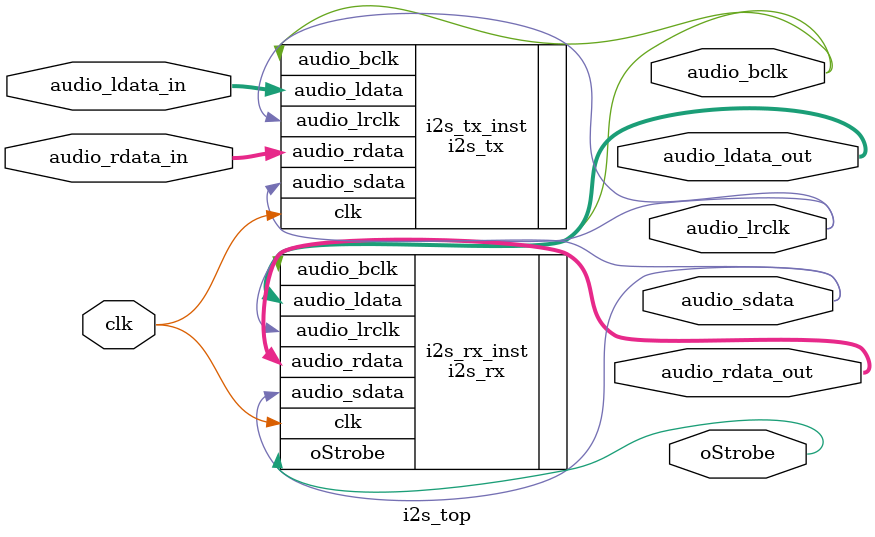
<source format=v>
module i2s_top(
    input clk,

    output audio_lrclk,
    output audio_bclk,
    output audio_sdata,

    input [15:0] audio_ldata_in,
    input [15:0] audio_rdata_in,

    output [23:0] audio_ldata_out,
    output [23:0] audio_rdata_out,
    output oStrobe
);

i2s_tx i2s_tx_inst
(
    .clk(clk),
    .audio_ldata(audio_ldata_in),	
    .audio_rdata(audio_rdata_in),

    .audio_bclk(audio_bclk),
    .audio_lrclk(audio_lrclk),	
    .audio_sdata(audio_sdata)	
);

i2s_rx i2s_rx_inst
(
    .clk(clk),
    .audio_bclk(audio_bclk),
    .audio_lrclk(audio_lrclk),
    .audio_sdata(audio_sdata),

    .audio_ldata(audio_ldata_out),
    .audio_rdata(audio_rdata_out),
    .oStrobe(oStrobe)
);

endmodule

</source>
